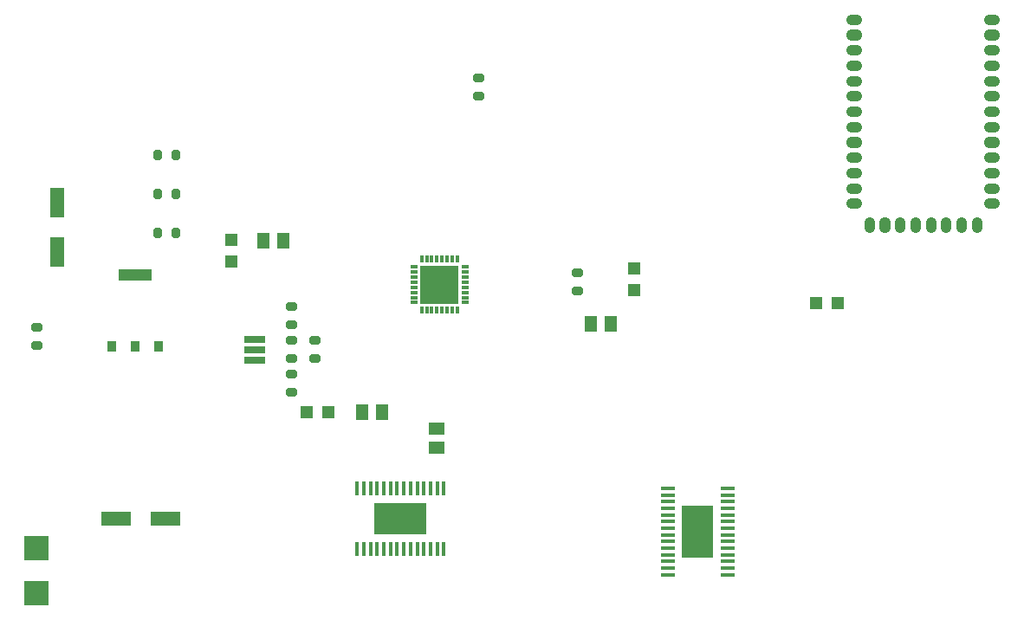
<source format=gbr>
G04 EAGLE Gerber RS-274X export*
G75*
%MOMM*%
%FSLAX34Y34*%
%LPD*%
%INSolderpaste Top*%
%IPPOS*%
%AMOC8*
5,1,8,0,0,1.08239X$1,22.5*%
G01*
%ADD10C,0.990000*%
%ADD11R,1.400000X0.450000*%
%ADD12R,3.100000X5.180000*%
%ADD13C,0.500000*%
%ADD14C,0.718719*%
%ADD15R,2.400000X2.400000*%
%ADD16R,0.800000X0.300000*%
%ADD17R,0.300000X0.800000*%
%ADD18R,3.700000X3.700000*%
%ADD19R,1.200000X1.200000*%
%ADD20R,0.450000X1.400000*%
%ADD21R,5.180000X3.100000*%
%ADD22R,3.000000X1.400000*%
%ADD23R,1.400000X3.000000*%
%ADD24R,2.000000X0.700000*%
%ADD25R,1.300000X1.600000*%
%ADD26R,1.600000X1.300000*%
%ADD27R,0.889000X1.016000*%

G36*
X150624Y448820D02*
X150624Y448820D01*
X150626Y448819D01*
X150669Y448839D01*
X150713Y448857D01*
X150713Y448859D01*
X150715Y448860D01*
X150748Y448945D01*
X150748Y459105D01*
X150747Y459107D01*
X150748Y459109D01*
X150728Y459152D01*
X150710Y459196D01*
X150708Y459196D01*
X150707Y459198D01*
X150622Y459231D01*
X118618Y459231D01*
X118616Y459230D01*
X118614Y459231D01*
X118571Y459211D01*
X118527Y459193D01*
X118527Y459191D01*
X118525Y459190D01*
X118492Y459105D01*
X118492Y448945D01*
X118493Y448943D01*
X118492Y448941D01*
X118512Y448898D01*
X118530Y448854D01*
X118532Y448854D01*
X118533Y448852D01*
X118618Y448819D01*
X150622Y448819D01*
X150624Y448820D01*
G37*
D10*
X839230Y703530D02*
X834130Y703530D01*
X834130Y703630D01*
X839230Y703630D01*
X839230Y703530D01*
X839230Y688530D02*
X834130Y688530D01*
X834130Y688630D01*
X839230Y688630D01*
X839230Y688530D01*
X839230Y673530D02*
X834130Y673530D01*
X834130Y673630D01*
X839230Y673630D01*
X839230Y673530D01*
X839230Y658530D02*
X834130Y658530D01*
X834130Y658630D01*
X839230Y658630D01*
X839230Y658530D01*
X839230Y643530D02*
X834130Y643530D01*
X834130Y643630D01*
X839230Y643630D01*
X839230Y643530D01*
X839230Y628530D02*
X834130Y628530D01*
X834130Y628630D01*
X839230Y628630D01*
X839230Y628530D01*
X839230Y613530D02*
X834130Y613530D01*
X834130Y613630D01*
X839230Y613630D01*
X839230Y613530D01*
X839230Y598530D02*
X834130Y598530D01*
X834130Y598630D01*
X839230Y598630D01*
X839230Y598530D01*
X839230Y583530D02*
X834130Y583530D01*
X834130Y583630D01*
X839230Y583630D01*
X839230Y583530D01*
X839230Y568530D02*
X834130Y568530D01*
X834130Y568630D01*
X839230Y568630D01*
X839230Y568530D01*
X839230Y553530D02*
X834130Y553530D01*
X834130Y553630D01*
X839230Y553630D01*
X839230Y553530D01*
X839230Y538530D02*
X834130Y538530D01*
X834130Y538630D01*
X839230Y538630D01*
X839230Y538530D01*
X839230Y523530D02*
X834130Y523530D01*
X834130Y523630D01*
X839230Y523630D01*
X839230Y523530D01*
X852130Y505430D02*
X852130Y500330D01*
X852030Y500330D01*
X852030Y505430D01*
X852130Y505430D01*
X867130Y505430D02*
X867130Y500330D01*
X867030Y500330D01*
X867030Y505430D01*
X867130Y505430D01*
X882130Y505430D02*
X882130Y500330D01*
X882030Y500330D01*
X882030Y505430D01*
X882130Y505430D01*
X897130Y505430D02*
X897130Y500330D01*
X897030Y500330D01*
X897030Y505430D01*
X897130Y505430D01*
X912130Y505430D02*
X912130Y500330D01*
X912030Y500330D01*
X912030Y505430D01*
X912130Y505430D01*
X927130Y505430D02*
X927130Y500330D01*
X927030Y500330D01*
X927030Y505430D01*
X927130Y505430D01*
X942130Y505430D02*
X942130Y500330D01*
X942030Y500330D01*
X942030Y505430D01*
X942130Y505430D01*
X957130Y505430D02*
X957130Y500330D01*
X957030Y500330D01*
X957030Y505430D01*
X957130Y505430D01*
X969530Y523630D02*
X974630Y523630D01*
X974630Y523530D01*
X969530Y523530D01*
X969530Y523630D01*
X969530Y538630D02*
X974630Y538630D01*
X974630Y538530D01*
X969530Y538530D01*
X969530Y538630D01*
X969530Y553630D02*
X974630Y553630D01*
X974630Y553530D01*
X969530Y553530D01*
X969530Y553630D01*
X969530Y568630D02*
X974630Y568630D01*
X974630Y568530D01*
X969530Y568530D01*
X969530Y568630D01*
X969530Y583630D02*
X974630Y583630D01*
X974630Y583530D01*
X969530Y583530D01*
X969530Y583630D01*
X969530Y598630D02*
X974630Y598630D01*
X974630Y598530D01*
X969530Y598530D01*
X969530Y598630D01*
X969530Y613630D02*
X974630Y613630D01*
X974630Y613530D01*
X969530Y613530D01*
X969530Y613630D01*
X969530Y628630D02*
X974630Y628630D01*
X974630Y628530D01*
X969530Y628530D01*
X969530Y628630D01*
X969530Y643630D02*
X974630Y643630D01*
X974630Y643530D01*
X969530Y643530D01*
X969530Y643630D01*
X969530Y658630D02*
X974630Y658630D01*
X974630Y658530D01*
X969530Y658530D01*
X969530Y658630D01*
X969530Y673630D02*
X974630Y673630D01*
X974630Y673530D01*
X969530Y673530D01*
X969530Y673630D01*
X969530Y688630D02*
X974630Y688630D01*
X974630Y688530D01*
X969530Y688530D01*
X969530Y688630D01*
X969530Y703630D02*
X974630Y703630D01*
X974630Y703530D01*
X969530Y703530D01*
X969530Y703630D01*
D11*
X713700Y160950D03*
X713700Y167450D03*
X713700Y173950D03*
X713700Y180450D03*
X713700Y186950D03*
X713700Y193450D03*
X713700Y199950D03*
X713700Y206450D03*
X713700Y212950D03*
X713700Y219450D03*
X713700Y225950D03*
X713700Y232450D03*
X713700Y238950D03*
X713700Y245450D03*
X654700Y245450D03*
X654700Y238950D03*
X654700Y232450D03*
X654700Y225950D03*
X654700Y219450D03*
X654700Y212950D03*
X654700Y206450D03*
X654700Y199950D03*
X654700Y193450D03*
X654700Y186950D03*
X654700Y180450D03*
X654700Y173950D03*
X654700Y167450D03*
X654700Y160950D03*
D12*
X684200Y203200D03*
D13*
X684200Y203200D03*
D14*
X471807Y629549D02*
X467993Y629549D01*
X471807Y629549D02*
X471807Y627751D01*
X467993Y627751D01*
X467993Y629549D01*
X467993Y647329D02*
X471807Y647329D01*
X471807Y645531D01*
X467993Y645531D01*
X467993Y647329D01*
X40007Y385709D02*
X36193Y385709D01*
X40007Y385709D02*
X40007Y383911D01*
X36193Y383911D01*
X36193Y385709D01*
X36193Y403489D02*
X40007Y403489D01*
X40007Y401691D01*
X36193Y401691D01*
X36193Y403489D01*
X564513Y439049D02*
X568327Y439049D01*
X568327Y437251D01*
X564513Y437251D01*
X564513Y439049D01*
X564513Y456829D02*
X568327Y456829D01*
X568327Y455031D01*
X564513Y455031D01*
X564513Y456829D01*
X173091Y493393D02*
X173091Y497207D01*
X174889Y497207D01*
X174889Y493393D01*
X173091Y493393D01*
X155311Y493393D02*
X155311Y497207D01*
X157109Y497207D01*
X157109Y493393D01*
X155311Y493393D01*
X173091Y531493D02*
X173091Y535307D01*
X174889Y535307D01*
X174889Y531493D01*
X173091Y531493D01*
X155311Y531493D02*
X155311Y535307D01*
X157109Y535307D01*
X157109Y531493D01*
X155311Y531493D01*
X173091Y569593D02*
X173091Y573407D01*
X174889Y573407D01*
X174889Y569593D01*
X173091Y569593D01*
X155311Y569593D02*
X155311Y573407D01*
X157109Y573407D01*
X157109Y569593D01*
X155311Y569593D01*
D15*
X38100Y187100D03*
X38100Y143100D03*
D16*
X406800Y462000D03*
X406800Y457000D03*
X406800Y452000D03*
X406800Y447000D03*
X406800Y442000D03*
X406800Y437000D03*
X406800Y432000D03*
X406800Y427000D03*
D17*
X414300Y419500D03*
X419300Y419500D03*
X424300Y419500D03*
X429300Y419500D03*
X434300Y419500D03*
X439300Y419500D03*
X444300Y419500D03*
X449300Y419500D03*
D16*
X456800Y427000D03*
X456800Y432000D03*
X456800Y437000D03*
X456800Y442000D03*
X456800Y447000D03*
X456800Y452000D03*
X456800Y457000D03*
X456800Y462000D03*
D17*
X449300Y469500D03*
X444300Y469500D03*
X439300Y469500D03*
X434300Y469500D03*
X429300Y469500D03*
X424300Y469500D03*
X419300Y469500D03*
X414300Y469500D03*
D18*
X431800Y444500D03*
D19*
X228600Y467020D03*
X228600Y488020D03*
X301920Y320040D03*
X322920Y320040D03*
X799760Y426720D03*
X820760Y426720D03*
D20*
X351450Y186400D03*
X357950Y186400D03*
X364450Y186400D03*
X370950Y186400D03*
X377450Y186400D03*
X383950Y186400D03*
X390450Y186400D03*
X396950Y186400D03*
X403450Y186400D03*
X409950Y186400D03*
X416450Y186400D03*
X422950Y186400D03*
X429450Y186400D03*
X435950Y186400D03*
X435950Y245400D03*
X429450Y245400D03*
X422950Y245400D03*
X416450Y245400D03*
X409950Y245400D03*
X403450Y245400D03*
X396950Y245400D03*
X390450Y245400D03*
X383950Y245400D03*
X377450Y245400D03*
X370950Y245400D03*
X364450Y245400D03*
X357950Y245400D03*
X351450Y245400D03*
D21*
X393700Y215900D03*
D13*
X393700Y215900D03*
D19*
X622300Y460080D03*
X622300Y439080D03*
D22*
X163700Y215900D03*
X115700Y215900D03*
D23*
X58420Y476380D03*
X58420Y524380D03*
D14*
X285113Y390789D02*
X285113Y388991D01*
X285113Y390789D02*
X288927Y390789D01*
X288927Y388991D01*
X285113Y388991D01*
X285113Y373009D02*
X285113Y371211D01*
X285113Y373009D02*
X288927Y373009D01*
X288927Y371211D01*
X285113Y371211D01*
X311787Y371211D02*
X311787Y373009D01*
X311787Y371211D02*
X307973Y371211D01*
X307973Y373009D01*
X311787Y373009D01*
X311787Y388991D02*
X311787Y390789D01*
X311787Y388991D02*
X307973Y388991D01*
X307973Y390789D01*
X311787Y390789D01*
D24*
X251460Y371000D03*
X251460Y381000D03*
X251460Y391000D03*
D25*
X375260Y320040D03*
X356260Y320040D03*
X278740Y487680D03*
X259740Y487680D03*
D26*
X429260Y285140D03*
X429260Y304140D03*
D25*
X598780Y406400D03*
X579780Y406400D03*
D14*
X288927Y355971D02*
X285113Y355971D01*
X285113Y357769D01*
X288927Y357769D01*
X288927Y355971D01*
X288927Y338191D02*
X285113Y338191D01*
X285113Y339989D01*
X288927Y339989D01*
X288927Y338191D01*
X288927Y406029D02*
X285113Y406029D01*
X288927Y406029D02*
X288927Y404231D01*
X285113Y404231D01*
X285113Y406029D01*
X285113Y423809D02*
X288927Y423809D01*
X288927Y422011D01*
X285113Y422011D01*
X285113Y423809D01*
D27*
X111633Y384175D03*
X134620Y384175D03*
X157607Y384175D03*
M02*

</source>
